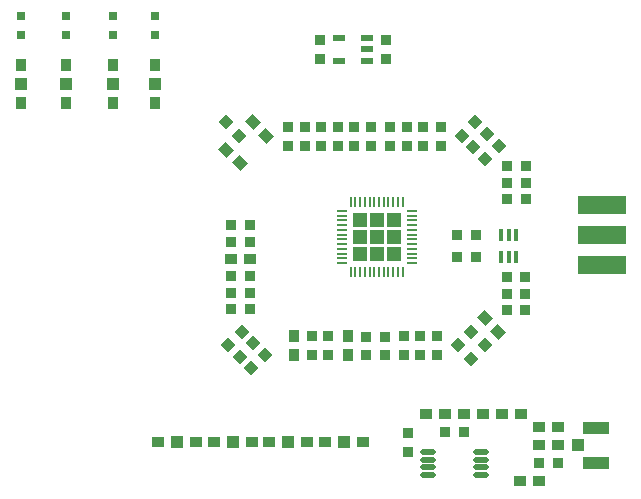
<source format=gtp>
G04 Layer_Color=8421504*
%FSLAX25Y25*%
%MOIN*%
G70*
G01*
G75*
%ADD10R,0.08661X0.04134*%
%ADD11R,0.03937X0.03937*%
%ADD12R,0.03937X0.03740*%
%ADD13O,0.05315X0.01968*%
%ADD14R,0.03740X0.03543*%
%ADD15R,0.03543X0.03740*%
%ADD16R,0.15984X0.05984*%
G04:AMPARAMS|DCode=17|XSize=35.43mil|YSize=37.4mil|CornerRadius=0mil|HoleSize=0mil|Usage=FLASHONLY|Rotation=315.000|XOffset=0mil|YOffset=0mil|HoleType=Round|Shape=Rectangle|*
%AMROTATEDRECTD17*
4,1,4,-0.02575,-0.00070,0.00070,0.02575,0.02575,0.00070,-0.00070,-0.02575,-0.02575,-0.00070,0.0*
%
%ADD17ROTATEDRECTD17*%

%ADD18R,0.00787X0.03543*%
%ADD20R,0.03543X0.00787*%
%ADD21R,0.03150X0.03150*%
G04:AMPARAMS|DCode=22|XSize=37.4mil|YSize=39.37mil|CornerRadius=0mil|HoleSize=0mil|Usage=FLASHONLY|Rotation=225.000|XOffset=0mil|YOffset=0mil|HoleType=Round|Shape=Rectangle|*
%AMROTATEDRECTD22*
4,1,4,-0.00070,0.02714,0.02714,-0.00070,0.00070,-0.02714,-0.02714,0.00070,-0.00070,0.02714,0.0*
%
%ADD22ROTATEDRECTD22*%

%ADD23R,0.03740X0.03937*%
%ADD24R,0.03937X0.03937*%
%ADD25R,0.03937X0.03937*%
%ADD26R,0.01378X0.03937*%
%ADD27R,0.04331X0.02362*%
G04:AMPARAMS|DCode=28|XSize=35.43mil|YSize=37.4mil|CornerRadius=0mil|HoleSize=0mil|Usage=FLASHONLY|Rotation=45.000|XOffset=0mil|YOffset=0mil|HoleType=Round|Shape=Rectangle|*
%AMROTATEDRECTD28*
4,1,4,0.00070,-0.02575,-0.02575,0.00070,-0.00070,0.02575,0.02575,-0.00070,0.00070,-0.02575,0.0*
%
%ADD28ROTATEDRECTD28*%

%ADD55R,0.05118X0.05118*%
D10*
X299500Y33693D02*
D03*
Y45307D02*
D03*
D11*
X293595Y39500D02*
D03*
D12*
X249382Y50000D02*
D03*
X243083D02*
D03*
X268150D02*
D03*
X274449D02*
D03*
X280650Y45500D02*
D03*
X286949D02*
D03*
X274350Y27500D02*
D03*
X280650D02*
D03*
X261879Y50000D02*
D03*
X255580D02*
D03*
X280650Y39500D02*
D03*
X286949D02*
D03*
X177850Y101620D02*
D03*
X184150D02*
D03*
X209201Y40500D02*
D03*
X221799Y40500D02*
D03*
X172201Y40500D02*
D03*
X184799Y40500D02*
D03*
X190701Y40500D02*
D03*
X203299Y40500D02*
D03*
X153701Y40500D02*
D03*
X166299D02*
D03*
D13*
X243740Y37339D02*
D03*
X243740Y34780D02*
D03*
X243740Y32221D02*
D03*
Y29661D02*
D03*
X261260Y37339D02*
D03*
Y34780D02*
D03*
Y32221D02*
D03*
Y29661D02*
D03*
D14*
X255650Y44000D02*
D03*
X249351D02*
D03*
X280650Y33500D02*
D03*
X286949D02*
D03*
X229380Y75740D02*
D03*
X223081D02*
D03*
X223081Y69591D02*
D03*
X229380D02*
D03*
X276080Y95657D02*
D03*
X269781Y95657D02*
D03*
X276080Y90157D02*
D03*
X269781D02*
D03*
X276080Y84657D02*
D03*
X269781Y84657D02*
D03*
X276150Y132500D02*
D03*
X269850D02*
D03*
X276150Y127000D02*
D03*
X269850D02*
D03*
X276150Y121500D02*
D03*
X269850D02*
D03*
X259650Y109500D02*
D03*
X253350D02*
D03*
X259650Y102457D02*
D03*
X253350D02*
D03*
X177850Y95937D02*
D03*
X184150D02*
D03*
X177850Y90437D02*
D03*
X184150D02*
D03*
X177850Y84937D02*
D03*
X184150D02*
D03*
X177850Y107437D02*
D03*
X184150D02*
D03*
X177850Y112937D02*
D03*
X184150D02*
D03*
D15*
X237000Y37350D02*
D03*
Y43650D02*
D03*
X246489Y69561D02*
D03*
X246489Y75861D02*
D03*
X240989Y69561D02*
D03*
X240989Y75861D02*
D03*
X235489Y69561D02*
D03*
X235489Y75861D02*
D03*
X242000Y145650D02*
D03*
X242000Y139350D02*
D03*
X236500Y145650D02*
D03*
Y139350D02*
D03*
X231000Y145650D02*
D03*
Y139350D02*
D03*
X204848Y69591D02*
D03*
Y75890D02*
D03*
X210348Y69591D02*
D03*
Y75890D02*
D03*
X248000Y145650D02*
D03*
Y139350D02*
D03*
X207500Y174650D02*
D03*
Y168350D02*
D03*
X229500Y174650D02*
D03*
Y168350D02*
D03*
X197000Y145650D02*
D03*
Y139350D02*
D03*
X202500Y145650D02*
D03*
X202500Y139350D02*
D03*
X208000Y145650D02*
D03*
Y139350D02*
D03*
X213500Y145650D02*
D03*
X213500Y139350D02*
D03*
X219000Y145650D02*
D03*
Y139350D02*
D03*
X224500Y145650D02*
D03*
Y139350D02*
D03*
D16*
X301500Y109500D02*
D03*
Y99500D02*
D03*
Y119500D02*
D03*
D17*
X262460Y72933D02*
D03*
X258006Y68479D02*
D03*
X258006Y77387D02*
D03*
X253552Y72933D02*
D03*
X181449Y77442D02*
D03*
X176995Y72988D02*
D03*
X185338Y73553D02*
D03*
X180884Y69099D02*
D03*
X189227Y69664D02*
D03*
X184773Y65210D02*
D03*
X267113Y139435D02*
D03*
X262659Y134980D02*
D03*
X263224Y143324D02*
D03*
X258769Y138870D02*
D03*
X259335Y147213D02*
D03*
X254880Y142759D02*
D03*
D18*
X217839Y97386D02*
D03*
X220988D02*
D03*
X224138D02*
D03*
X227287D02*
D03*
X230437D02*
D03*
X233587D02*
D03*
X235161D02*
D03*
X232012D02*
D03*
X228862D02*
D03*
X225713D02*
D03*
X222563D02*
D03*
X219413D02*
D03*
X233587Y120614D02*
D03*
X230437D02*
D03*
X227287D02*
D03*
X224138D02*
D03*
X220988D02*
D03*
X217839D02*
D03*
X219413D02*
D03*
X222563D02*
D03*
X225713D02*
D03*
X228862D02*
D03*
X232012D02*
D03*
X235161D02*
D03*
D20*
X238114Y101913D02*
D03*
Y105063D02*
D03*
Y108213D02*
D03*
Y111362D02*
D03*
Y114512D02*
D03*
Y117661D02*
D03*
Y116087D02*
D03*
Y112937D02*
D03*
Y109787D02*
D03*
Y106638D02*
D03*
Y103488D02*
D03*
Y100339D02*
D03*
X214886Y116087D02*
D03*
Y112937D02*
D03*
Y109787D02*
D03*
Y106638D02*
D03*
Y103488D02*
D03*
Y100339D02*
D03*
Y101913D02*
D03*
Y105063D02*
D03*
Y108213D02*
D03*
Y111362D02*
D03*
Y114512D02*
D03*
Y117661D02*
D03*
D21*
X152500Y182650D02*
D03*
Y176350D02*
D03*
X138500Y182650D02*
D03*
Y176350D02*
D03*
X123000Y182650D02*
D03*
Y176350D02*
D03*
X108000Y182650D02*
D03*
Y176350D02*
D03*
D22*
X176384Y138045D02*
D03*
X180838Y133591D02*
D03*
X262496Y81877D02*
D03*
X266950Y77423D02*
D03*
X185273Y147227D02*
D03*
X189727Y142773D02*
D03*
D23*
X216848Y75890D02*
D03*
Y69591D02*
D03*
X152500Y153701D02*
D03*
Y166299D02*
D03*
X138500Y153701D02*
D03*
X138500Y166299D02*
D03*
X123000Y153701D02*
D03*
X123000Y166299D02*
D03*
X108000Y153701D02*
D03*
X108000Y166299D02*
D03*
X198997Y75890D02*
D03*
Y69591D02*
D03*
D24*
X215500Y40500D02*
D03*
X178500D02*
D03*
X197000D02*
D03*
X160000D02*
D03*
D25*
X152500Y160000D02*
D03*
X138500D02*
D03*
X123000D02*
D03*
X108000D02*
D03*
D26*
X273059Y102457D02*
D03*
X270500D02*
D03*
X267941D02*
D03*
Y109543D02*
D03*
X270500D02*
D03*
X273059D02*
D03*
D27*
X223224Y167760D02*
D03*
X223224Y171500D02*
D03*
X223224Y175240D02*
D03*
X213776Y175240D02*
D03*
Y167760D02*
D03*
D28*
X176273Y147227D02*
D03*
X180727Y142773D02*
D03*
D55*
X226500Y109000D02*
D03*
X220791Y103291D02*
D03*
X232209D02*
D03*
X232209Y114709D02*
D03*
X220791Y114709D02*
D03*
X226500D02*
D03*
Y103291D02*
D03*
X220791Y109000D02*
D03*
X232209D02*
D03*
M02*

</source>
